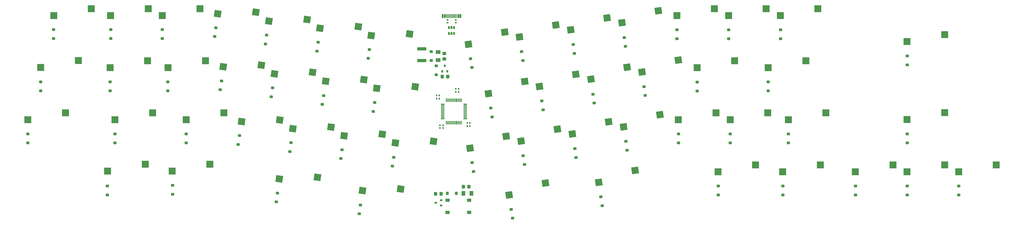
<source format=gbr>
%TF.GenerationSoftware,KiCad,Pcbnew,(5.99.0-9176-ga1730d51ff)*%
%TF.CreationDate,2021-03-09T20:14:39-06:00*%
%TF.ProjectId,Fur Elise,46757220-456c-4697-9365-2e6b69636164,rev?*%
%TF.SameCoordinates,Original*%
%TF.FileFunction,Paste,Bot*%
%TF.FilePolarity,Positive*%
%FSLAX46Y46*%
G04 Gerber Fmt 4.6, Leading zero omitted, Abs format (unit mm)*
G04 Created by KiCad (PCBNEW (5.99.0-9176-ga1730d51ff)) date 2021-03-09 20:14:39*
%MOMM*%
%LPD*%
G01*
G04 APERTURE LIST*
G04 Aperture macros list*
%AMRoundRect*
0 Rectangle with rounded corners*
0 $1 Rounding radius*
0 $2 $3 $4 $5 $6 $7 $8 $9 X,Y pos of 4 corners*
0 Add a 4 corners polygon primitive as box body*
4,1,4,$2,$3,$4,$5,$6,$7,$8,$9,$2,$3,0*
0 Add four circle primitives for the rounded corners*
1,1,$1+$1,$2,$3*
1,1,$1+$1,$4,$5*
1,1,$1+$1,$6,$7*
1,1,$1+$1,$8,$9*
0 Add four rect primitives between the rounded corners*
20,1,$1+$1,$2,$3,$4,$5,0*
20,1,$1+$1,$4,$5,$6,$7,0*
20,1,$1+$1,$6,$7,$8,$9,0*
20,1,$1+$1,$8,$9,$2,$3,0*%
%AMRotRect*
0 Rectangle, with rotation*
0 The origin of the aperture is its center*
0 $1 length*
0 $2 width*
0 $3 Rotation angle, in degrees counterclockwise*
0 Add horizontal line*
21,1,$1,$2,0,0,$3*%
G04 Aperture macros list end*
%ADD10RotRect,2.550000X2.500000X352.000000*%
%ADD11RotRect,2.550000X2.500000X8.000000*%
%ADD12R,2.550000X2.500000*%
%ADD13RoundRect,0.250000X0.311801X-0.296278X0.381387X0.198856X-0.311801X0.296278X-0.381387X-0.198856X0*%
%ADD14RoundRect,0.250000X0.350000X-0.250000X0.350000X0.250000X-0.350000X0.250000X-0.350000X-0.250000X0*%
%ADD15RoundRect,0.250000X0.450000X-0.325000X0.450000X0.325000X-0.450000X0.325000X-0.450000X-0.325000X0*%
%ADD16RoundRect,0.250000X0.250000X0.350000X-0.250000X0.350000X-0.250000X-0.350000X0.250000X-0.350000X0*%
%ADD17RoundRect,0.250000X0.381387X-0.198856X0.311801X0.296278X-0.381387X0.198856X-0.311801X-0.296278X0*%
%ADD18RoundRect,0.250000X0.325000X0.450000X-0.325000X0.450000X-0.325000X-0.450000X0.325000X-0.450000X0*%
%ADD19RoundRect,0.250001X0.624999X-0.462499X0.624999X0.462499X-0.624999X0.462499X-0.624999X-0.462499X0*%
%ADD20RoundRect,0.150000X-0.150000X-0.575000X0.150000X-0.575000X0.150000X0.575000X-0.150000X0.575000X0*%
%ADD21RoundRect,0.075000X-0.075000X-0.650000X0.075000X-0.650000X0.075000X0.650000X-0.075000X0.650000X0*%
%ADD22R,0.650000X1.060000*%
%ADD23RoundRect,0.147500X-0.172500X0.147500X-0.172500X-0.147500X0.172500X-0.147500X0.172500X0.147500X0*%
%ADD24RoundRect,0.147500X-0.147500X-0.172500X0.147500X-0.172500X0.147500X0.172500X-0.147500X0.172500X0*%
%ADD25R,0.300000X1.475000*%
%ADD26RoundRect,0.150000X0.000000X0.587500X0.000000X-0.587500X0.000000X-0.587500X0.000000X0.587500X0*%
%ADD27RoundRect,0.150000X-0.587500X0.000000X-0.587500X0.000000X0.587500X0.000000X0.587500X0.000000X0*%
%ADD28RoundRect,0.250000X-0.350000X0.250000X-0.350000X-0.250000X0.350000X-0.250000X0.350000X0.250000X0*%
%ADD29RoundRect,0.250000X-0.325000X-0.450000X0.325000X-0.450000X0.325000X0.450000X-0.325000X0.450000X0*%
%ADD30RoundRect,0.147500X0.147500X0.172500X-0.147500X0.172500X-0.147500X-0.172500X0.147500X-0.172500X0*%
%ADD31RoundRect,0.250001X-0.462499X-0.624999X0.462499X-0.624999X0.462499X0.624999X-0.462499X0.624999X0*%
%ADD32R,0.800000X0.900000*%
%ADD33RoundRect,0.250000X-1.450000X0.312500X-1.450000X-0.312500X1.450000X-0.312500X1.450000X0.312500X0*%
%ADD34R,0.900000X0.800000*%
%ADD35R,1.550000X1.300000*%
G04 APERTURE END LIST*
D10*
%TO.C,SW35*%
X287910586Y-134071637D03*
X273841873Y-134659370D03*
%TD*%
D11*
%TO.C,SW48*%
X329168587Y-149440439D03*
X315806874Y-153883268D03*
%TD*%
D12*
%TO.C,SW43*%
X476190000Y-123507500D03*
X462340000Y-126047500D03*
%TD*%
D11*
%TO.C,SW38*%
X352434987Y-126885239D03*
X339073274Y-131328068D03*
%TD*%
%TO.C,SW36*%
X314708149Y-132168439D03*
X301346436Y-136611268D03*
%TD*%
D10*
%TO.C,SW19*%
X224512186Y-105928437D03*
X210443473Y-106516170D03*
%TD*%
D11*
%TO.C,SW49*%
X362188587Y-144766839D03*
X348826874Y-149209668D03*
%TD*%
D10*
%TO.C,SW34*%
X269012986Y-131430037D03*
X254944273Y-132017770D03*
%TD*%
%TO.C,SW20*%
X243358986Y-108570037D03*
X229290273Y-109157770D03*
%TD*%
D11*
%TO.C,SW25*%
X359240537Y-106706539D03*
X345878824Y-111149368D03*
%TD*%
D12*
%TO.C,SW2*%
X182820000Y-85090000D03*
X168970000Y-87630000D03*
%TD*%
D11*
%TO.C,SW24*%
X340346787Y-109362789D03*
X326985074Y-113805618D03*
%TD*%
%TO.C,SW39*%
X371332587Y-124269039D03*
X357970874Y-128711868D03*
%TD*%
D12*
%TO.C,SW28*%
X425034400Y-104343200D03*
X411184400Y-106883200D03*
%TD*%
%TO.C,SW42*%
X432476600Y-123545600D03*
X418626600Y-126085600D03*
%TD*%
%TO.C,SW27*%
X398852500Y-104307500D03*
X385002500Y-106847500D03*
%TD*%
%TO.C,SW54*%
X495214600Y-142798800D03*
X481364600Y-145338800D03*
%TD*%
%TO.C,SW29*%
X152340000Y-123545600D03*
X138490000Y-126085600D03*
%TD*%
D11*
%TO.C,SW10*%
X351842949Y-88480439D03*
X338481236Y-92923268D03*
%TD*%
D12*
%TO.C,SW30*%
X184445600Y-123545600D03*
X170595600Y-126085600D03*
%TD*%
%TO.C,SW17*%
X182616800Y-104343200D03*
X168766800Y-106883200D03*
%TD*%
%TO.C,SW40*%
X391963600Y-123545600D03*
X378113600Y-126085600D03*
%TD*%
D11*
%TO.C,SW26*%
X378096787Y-104062789D03*
X364735074Y-108505618D03*
%TD*%
D10*
%TO.C,SW7*%
X279072748Y-94396837D03*
X265004035Y-94984570D03*
%TD*%
D12*
%TO.C,SW15*%
X476190000Y-94691200D03*
X462340000Y-97231200D03*
%TD*%
%TO.C,SW50*%
X406543200Y-142798800D03*
X392693200Y-145338800D03*
%TD*%
%TO.C,SW45*%
X205521250Y-142557500D03*
X191671250Y-145097500D03*
%TD*%
%TO.C,SW13*%
X410454800Y-85090000D03*
X396604800Y-87630000D03*
%TD*%
D10*
%TO.C,SW5*%
X241336458Y-89062837D03*
X227267745Y-89650570D03*
%TD*%
D12*
%TO.C,SW14*%
X429504800Y-85090000D03*
X415654800Y-87630000D03*
%TD*%
D11*
%TO.C,SW8*%
X314174749Y-93789039D03*
X300813036Y-98231868D03*
%TD*%
D12*
%TO.C,SW44*%
X181708750Y-142557500D03*
X167858750Y-145097500D03*
%TD*%
%TO.C,SW31*%
X210658400Y-123545600D03*
X196808400Y-126085600D03*
%TD*%
D11*
%TO.C,SW9*%
X332970749Y-91122039D03*
X319609036Y-95564868D03*
%TD*%
%TO.C,SW11*%
X370740549Y-85838839D03*
X357378836Y-90281668D03*
%TD*%
D12*
%TO.C,SW12*%
X391404800Y-85090000D03*
X377554800Y-87630000D03*
%TD*%
D10*
%TO.C,SW21*%
X262255224Y-111266638D03*
X248186511Y-111854371D03*
%TD*%
%TO.C,SW46*%
X245136986Y-147330437D03*
X231068273Y-147918170D03*
%TD*%
%TO.C,SW32*%
X231268586Y-126146837D03*
X217199873Y-126734570D03*
%TD*%
D12*
%TO.C,SW18*%
X203933750Y-104343200D03*
X190083750Y-106883200D03*
%TD*%
D10*
%TO.C,SW47*%
X275820186Y-151648437D03*
X261751473Y-152236170D03*
%TD*%
%TO.C,SW6*%
X260189608Y-91752767D03*
X246120895Y-92340500D03*
%TD*%
D12*
%TO.C,SW1*%
X161865000Y-85090000D03*
X148015000Y-87630000D03*
%TD*%
D10*
%TO.C,SW22*%
X281103386Y-113904037D03*
X267034673Y-114491770D03*
%TD*%
D12*
%TO.C,SW16*%
X157102500Y-104292400D03*
X143252500Y-106832400D03*
%TD*%
%TO.C,SW3*%
X201870000Y-85090000D03*
X188020000Y-87630000D03*
%TD*%
D10*
%TO.C,SW33*%
X250166186Y-128788437D03*
X236097473Y-129376170D03*
%TD*%
D11*
%TO.C,SW37*%
X333554949Y-129526839D03*
X320193236Y-133969668D03*
%TD*%
%TO.C,SW23*%
X321498208Y-111979070D03*
X308136495Y-116421899D03*
%TD*%
D10*
%TO.C,SW4*%
X222454786Y-86395837D03*
X208386073Y-86983570D03*
%TD*%
D12*
%TO.C,SW53*%
X476190000Y-142798800D03*
X462340000Y-145338800D03*
%TD*%
%TO.C,SW41*%
X411039000Y-123545600D03*
X397189000Y-126085600D03*
%TD*%
%TO.C,SW52*%
X457140000Y-142798800D03*
X443290000Y-145338800D03*
%TD*%
%TO.C,SW51*%
X430368400Y-142798800D03*
X416518400Y-145338800D03*
%TD*%
D13*
%TO.C,D35*%
X272770364Y-143233942D03*
X273229636Y-139966058D03*
%TD*%
%TO.C,D5*%
X226020364Y-98133942D03*
X226479636Y-94866058D03*
%TD*%
D14*
%TO.C,D14*%
X415800000Y-96250000D03*
X415800000Y-92950000D03*
%TD*%
D13*
%TO.C,D32*%
X215970364Y-135233942D03*
X216429636Y-131966058D03*
%TD*%
D14*
%TO.C,D1*%
X148000000Y-96106250D03*
X148000000Y-92806250D03*
%TD*%
D13*
%TO.C,D47*%
X260570364Y-160833942D03*
X261029636Y-157566058D03*
%TD*%
D14*
%TO.C,D44*%
X167800000Y-153850000D03*
X167800000Y-150550000D03*
%TD*%
D15*
%TO.C,CSI1*%
X291872750Y-103637500D03*
X291872750Y-101587500D03*
%TD*%
D16*
%TO.C,DRST1*%
X296325000Y-153250000D03*
X293025000Y-153250000D03*
%TD*%
D13*
%TO.C,D20*%
X228170364Y-117633942D03*
X228629636Y-114366058D03*
%TD*%
D14*
%TO.C,D53*%
X462400000Y-153850000D03*
X462400000Y-150550000D03*
%TD*%
D17*
%TO.C,D9*%
X320829636Y-104233942D03*
X320370364Y-100966058D03*
%TD*%
D14*
%TO.C,D27*%
X385050000Y-115500000D03*
X385050000Y-112200000D03*
%TD*%
%TO.C,D42*%
X418600000Y-134650000D03*
X418600000Y-131350000D03*
%TD*%
%TO.C,D31*%
X196800000Y-134650000D03*
X196800000Y-131350000D03*
%TD*%
D17*
%TO.C,D36*%
X302629636Y-145233942D03*
X302170364Y-141966058D03*
%TD*%
%TO.C,D37*%
X321429636Y-142633942D03*
X320970364Y-139366058D03*
%TD*%
D13*
%TO.C,D34*%
X253770364Y-140433942D03*
X254229636Y-137166058D03*
%TD*%
%TO.C,D6*%
X244970364Y-100758942D03*
X245429636Y-97491058D03*
%TD*%
D14*
%TO.C,D28*%
X411200000Y-115450000D03*
X411200000Y-112150000D03*
%TD*%
%TO.C,D13*%
X396600000Y-96250000D03*
X396600000Y-92950000D03*
%TD*%
%TO.C,D15*%
X462400000Y-105850000D03*
X462400000Y-102550000D03*
%TD*%
%TO.C,D40*%
X378200000Y-134650000D03*
X378200000Y-131350000D03*
%TD*%
D18*
%TO.C,CRST1*%
X290750000Y-153450000D03*
X288700000Y-153450000D03*
%TD*%
D14*
%TO.C,D16*%
X143250000Y-115400000D03*
X143250000Y-112100000D03*
%TD*%
D19*
%TO.C,RF1*%
X289586750Y-104100000D03*
X289586750Y-101125000D03*
%TD*%
D20*
%TO.C,J1*%
X291325000Y-87822500D03*
X292125000Y-87822500D03*
D21*
X293325000Y-87822500D03*
X294321000Y-87822500D03*
X294825000Y-87822500D03*
X295825000Y-87822500D03*
D20*
X297825000Y-87822500D03*
X297025000Y-87822500D03*
D21*
X296325000Y-87822500D03*
X295325000Y-87822500D03*
X293825000Y-87822500D03*
X292825000Y-87822500D03*
%TD*%
D17*
%TO.C,D10*%
X339829636Y-101633942D03*
X339370364Y-98366058D03*
%TD*%
D14*
%TO.C,D2*%
X169000000Y-96150000D03*
X169000000Y-92850000D03*
%TD*%
D22*
%TO.C,U2*%
X295475000Y-94275000D03*
X294525000Y-94275000D03*
X293575000Y-94275000D03*
X293575000Y-92075000D03*
X294525000Y-92075000D03*
X295475000Y-92075000D03*
%TD*%
D23*
%TO.C,C3*%
X290275000Y-128140000D03*
X290275000Y-129110000D03*
%TD*%
D24*
%TO.C,C6*%
X296150000Y-115828500D03*
X297120000Y-115828500D03*
%TD*%
D25*
%TO.C,U3*%
X292675000Y-118887500D03*
D26*
X293175000Y-118887500D03*
X293675000Y-118887500D03*
X294175000Y-118887500D03*
X294675000Y-118887500D03*
X295175000Y-118887500D03*
X295675000Y-118887500D03*
X296175000Y-118887500D03*
X296675000Y-118887500D03*
X297175000Y-118887500D03*
X297675000Y-118887500D03*
X298175000Y-118887500D03*
D27*
X299587500Y-120300000D03*
X299587500Y-120800000D03*
X299587500Y-121300000D03*
X299587500Y-121800000D03*
X299587500Y-122300000D03*
X299587500Y-122800000D03*
X299587500Y-123300000D03*
X299587500Y-123800000D03*
X299587500Y-124300000D03*
X299587500Y-124800000D03*
X299587500Y-125300000D03*
X299587500Y-125800000D03*
D26*
X298175000Y-127212500D03*
X297675000Y-127212500D03*
X297175000Y-127212500D03*
X296675000Y-127212500D03*
X296175000Y-127212500D03*
X295675000Y-127212500D03*
X295175000Y-127212500D03*
X294675000Y-127212500D03*
X294175000Y-127212500D03*
X293675000Y-127212500D03*
X293175000Y-127212500D03*
X292675000Y-127212500D03*
D27*
X291262500Y-125800000D03*
X291262500Y-125300000D03*
X291262500Y-124800000D03*
X291262500Y-124300000D03*
X291262500Y-123800000D03*
X291262500Y-123300000D03*
X291262500Y-122800000D03*
X291262500Y-122300000D03*
X291262500Y-121800000D03*
X291262500Y-121300000D03*
X291262500Y-120800000D03*
X291262500Y-120300000D03*
%TD*%
D17*
%TO.C,D25*%
X347129636Y-119933942D03*
X346670364Y-116666058D03*
%TD*%
%TO.C,D26*%
X365929636Y-117158942D03*
X365470364Y-113891058D03*
%TD*%
D14*
%TO.C,D12*%
X377600000Y-96250000D03*
X377600000Y-92950000D03*
%TD*%
D28*
%TO.C,DLD1*%
X288967750Y-106204500D03*
X288967750Y-109504500D03*
%TD*%
D13*
%TO.C,D22*%
X265770364Y-123033942D03*
X266229636Y-119766058D03*
%TD*%
D23*
%TO.C,C4*%
X291450000Y-128140000D03*
X291450000Y-129110000D03*
%TD*%
D14*
%TO.C,D30*%
X170600000Y-134650000D03*
X170600000Y-131350000D03*
%TD*%
D13*
%TO.C,D33*%
X234970364Y-137833942D03*
X235429636Y-134566058D03*
%TD*%
%TO.C,D19*%
X209370364Y-115033942D03*
X209829636Y-111766058D03*
%TD*%
D29*
%TO.C,CRST2*%
X298925000Y-150825000D03*
X300975000Y-150825000D03*
%TD*%
D13*
%TO.C,D21*%
X246970364Y-120433942D03*
X247429636Y-117166058D03*
%TD*%
D30*
%TO.C,C1*%
X290035000Y-118275000D03*
X289065000Y-118275000D03*
%TD*%
D13*
%TO.C,D7*%
X263870364Y-103433942D03*
X264329636Y-100166058D03*
%TD*%
%TO.C,D4*%
X207270364Y-95383942D03*
X207729636Y-92116058D03*
%TD*%
D24*
%TO.C,C5*%
X296150000Y-114685500D03*
X297120000Y-114685500D03*
%TD*%
D17*
%TO.C,D24*%
X328279636Y-122458942D03*
X327820364Y-119191058D03*
%TD*%
D31*
%TO.C,RRST1*%
X298912500Y-153250000D03*
X301887500Y-153250000D03*
%TD*%
D29*
%TO.C,CS1*%
X291117750Y-110140500D03*
X293167750Y-110140500D03*
%TD*%
D24*
%TO.C,C7*%
X300340000Y-127322000D03*
X301310000Y-127322000D03*
%TD*%
D17*
%TO.C,D39*%
X359229636Y-137365192D03*
X358770364Y-134097308D03*
%TD*%
D32*
%TO.C,U1*%
X293031750Y-108219500D03*
X291131750Y-108219500D03*
X292081750Y-106219500D03*
%TD*%
D14*
%TO.C,D54*%
X481400000Y-153850000D03*
X481400000Y-150550000D03*
%TD*%
%TO.C,D17*%
X168750000Y-115400000D03*
X168750000Y-112100000D03*
%TD*%
D23*
%TO.C,R1*%
X293116000Y-89304000D03*
X293116000Y-90274000D03*
%TD*%
D14*
%TO.C,DF1*%
X287046750Y-104239100D03*
X287046750Y-100939100D03*
%TD*%
D17*
%TO.C,D48*%
X317029636Y-162433942D03*
X316570364Y-159166058D03*
%TD*%
D13*
%TO.C,D46*%
X229970364Y-156433942D03*
X230429636Y-153166058D03*
%TD*%
D33*
%TO.C,F1*%
X283617750Y-99967000D03*
X283617750Y-104242000D03*
%TD*%
D17*
%TO.C,D49*%
X350029636Y-157833942D03*
X349570364Y-154566058D03*
%TD*%
D34*
%TO.C,QRST1*%
X290725000Y-155825000D03*
X290725000Y-157725000D03*
X288725000Y-156775000D03*
%TD*%
D14*
%TO.C,D18*%
X190000000Y-115400000D03*
X190000000Y-112100000D03*
%TD*%
%TO.C,D52*%
X443400000Y-153850000D03*
X443400000Y-150550000D03*
%TD*%
D35*
%TO.C,SWRST1*%
X301000000Y-160325000D03*
X293050000Y-160325000D03*
X301000000Y-155825000D03*
X293050000Y-155825000D03*
%TD*%
D14*
%TO.C,D45*%
X191800000Y-153650000D03*
X191800000Y-150350000D03*
%TD*%
D17*
%TO.C,D38*%
X340429636Y-140033942D03*
X339970364Y-136766058D03*
%TD*%
D14*
%TO.C,D43*%
X462400000Y-134650000D03*
X462400000Y-131350000D03*
%TD*%
D17*
%TO.C,D23*%
X309487307Y-125056473D03*
X309028035Y-121788589D03*
%TD*%
D14*
%TO.C,D51*%
X416600000Y-153850000D03*
X416600000Y-150550000D03*
%TD*%
D17*
%TO.C,D8*%
X302029636Y-106833942D03*
X301570364Y-103566058D03*
%TD*%
D14*
%TO.C,D29*%
X138500000Y-134650000D03*
X138500000Y-131350000D03*
%TD*%
D24*
%TO.C,C8*%
X300340000Y-128472000D03*
X301310000Y-128472000D03*
%TD*%
D23*
%TO.C,R2*%
X296164000Y-89304000D03*
X296164000Y-90274000D03*
%TD*%
D30*
%TO.C,C2*%
X290035000Y-117100000D03*
X289065000Y-117100000D03*
%TD*%
D14*
%TO.C,D41*%
X397200000Y-134650000D03*
X397200000Y-131350000D03*
%TD*%
%TO.C,D3*%
X188000000Y-96150000D03*
X188000000Y-92850000D03*
%TD*%
%TO.C,D50*%
X392800000Y-153850000D03*
X392800000Y-150550000D03*
%TD*%
D17*
%TO.C,D11*%
X358629636Y-99033942D03*
X358170364Y-95766058D03*
%TD*%
M02*

</source>
